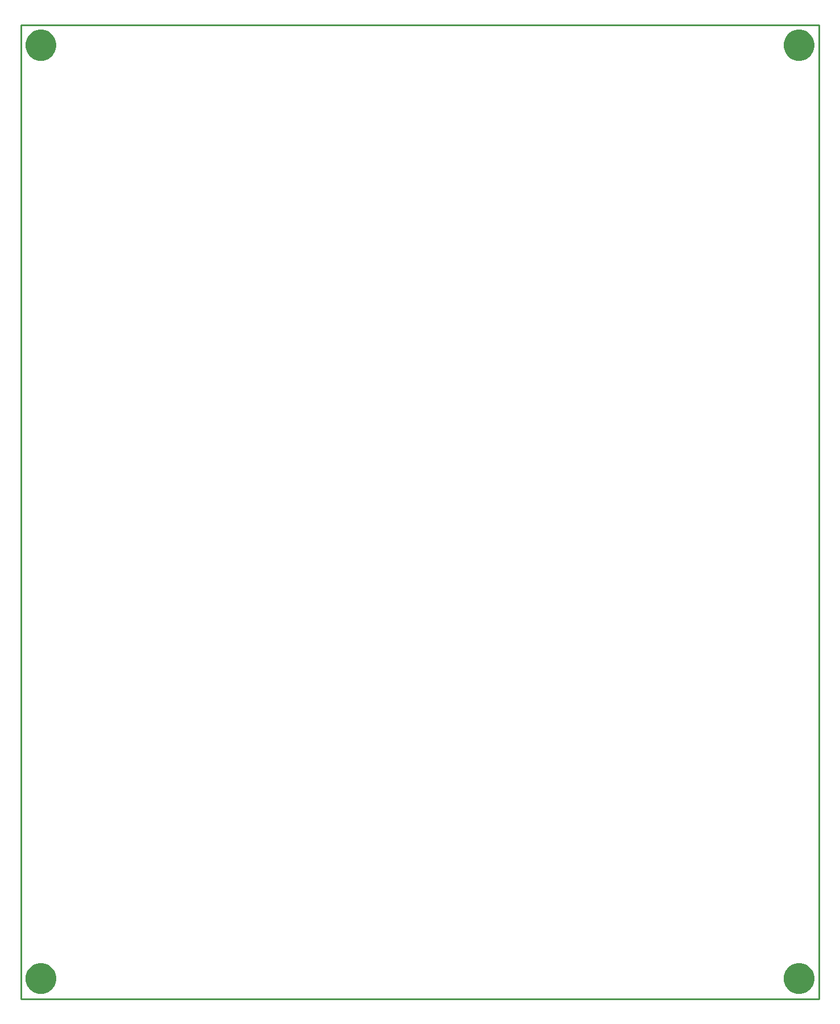
<source format=gko>
G04 Layer_Color=16711935*
%FSLAX44Y44*%
%MOMM*%
G71*
G01*
G75*
%ADD23C,0.2540*%
G36*
X1166710Y52119D02*
X1170896Y50385D01*
X1174663Y47867D01*
X1177868Y44663D01*
X1180385Y40896D01*
X1182119Y36709D01*
X1183003Y32266D01*
Y30000D01*
Y27734D01*
X1182119Y23290D01*
X1180385Y19104D01*
X1177868Y15337D01*
X1174663Y12133D01*
X1170896Y9615D01*
X1166710Y7881D01*
X1162266Y6997D01*
X1157735D01*
X1153291Y7881D01*
X1149104Y9615D01*
X1145337Y12133D01*
X1142133Y15337D01*
X1139616Y19104D01*
X1137882Y23290D01*
X1136998Y27734D01*
Y30000D01*
Y32266D01*
X1137882Y36709D01*
X1139616Y40896D01*
X1142133Y44663D01*
X1145337Y47867D01*
X1149104Y50385D01*
X1153291Y52119D01*
X1157735Y53003D01*
X1162266D01*
X1166710Y52119D01*
D02*
G37*
G36*
X36709D02*
X40896Y50385D01*
X44663Y47867D01*
X47867Y44663D01*
X50385Y40896D01*
X52119Y36709D01*
X53003Y32266D01*
Y30000D01*
Y27734D01*
X52119Y23290D01*
X50385Y19104D01*
X47867Y15337D01*
X44663Y12133D01*
X40896Y9615D01*
X36709Y7881D01*
X32266Y6997D01*
X27734D01*
X23290Y7881D01*
X19104Y9615D01*
X15337Y12133D01*
X12133Y15337D01*
X9615Y19104D01*
X7881Y23290D01*
X6997Y27734D01*
Y30000D01*
Y32266D01*
X7881Y36709D01*
X9615Y40896D01*
X12133Y44663D01*
X15337Y47867D01*
X19104Y50385D01*
X23290Y52119D01*
X27734Y53003D01*
X32266D01*
X36709Y52119D01*
D02*
G37*
G36*
X1166710Y1442118D02*
X1170896Y1440384D01*
X1174663Y1437867D01*
X1177868Y1434663D01*
X1180385Y1430896D01*
X1182119Y1426709D01*
X1183003Y1422265D01*
Y1420000D01*
Y1417734D01*
X1182119Y1413290D01*
X1180385Y1409104D01*
X1177868Y1405336D01*
X1174663Y1402132D01*
X1170896Y1399615D01*
X1166710Y1397881D01*
X1162266Y1396997D01*
X1157735D01*
X1153291Y1397881D01*
X1149104Y1399615D01*
X1145337Y1402132D01*
X1142133Y1405336D01*
X1139616Y1409104D01*
X1137882Y1413290D01*
X1136998Y1417734D01*
Y1420000D01*
Y1422265D01*
X1137882Y1426709D01*
X1139616Y1430896D01*
X1142133Y1434663D01*
X1145337Y1437867D01*
X1149104Y1440384D01*
X1153291Y1442118D01*
X1157735Y1443002D01*
X1162266D01*
X1166710Y1442118D01*
D02*
G37*
G36*
X36709D02*
X40896Y1440384D01*
X44663Y1437867D01*
X47867Y1434663D01*
X50385Y1430896D01*
X52119Y1426709D01*
X53003Y1422265D01*
Y1420000D01*
Y1417734D01*
X52119Y1413290D01*
X50385Y1409104D01*
X47867Y1405336D01*
X44663Y1402132D01*
X40896Y1399615D01*
X36709Y1397881D01*
X32266Y1396997D01*
X27734D01*
X23290Y1397881D01*
X19104Y1399615D01*
X15337Y1402132D01*
X12133Y1405336D01*
X9615Y1409104D01*
X7881Y1413290D01*
X6997Y1417734D01*
Y1420000D01*
Y1422265D01*
X7881Y1426709D01*
X9615Y1430896D01*
X12133Y1434663D01*
X15337Y1437867D01*
X19104Y1440384D01*
X23290Y1442118D01*
X27734Y1443002D01*
X32266D01*
X36709Y1442118D01*
D02*
G37*
D23*
X0Y1450000D02*
X1190000D01*
Y0D02*
Y1450000D01*
X0Y0D02*
X1190000D01*
X0D02*
Y1450000D01*
M02*

</source>
